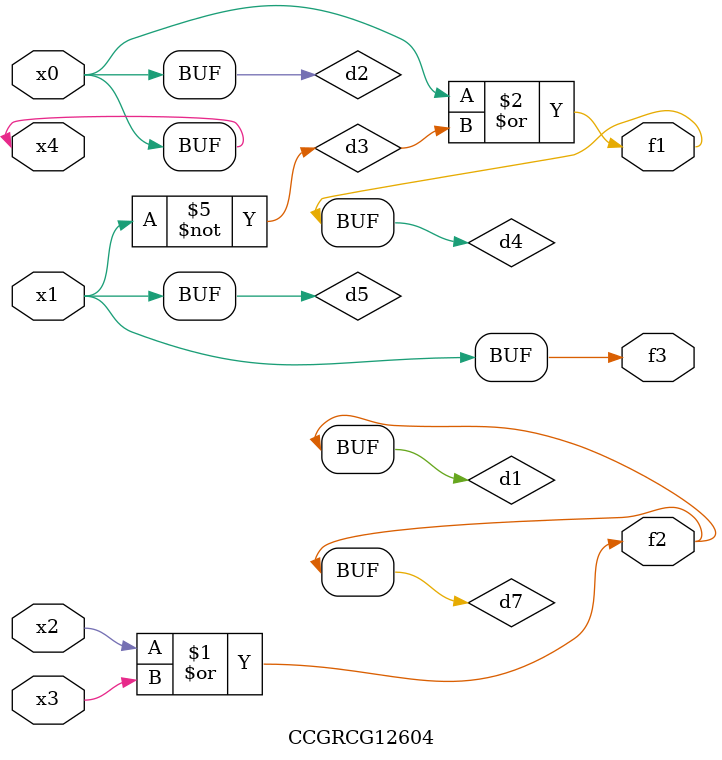
<source format=v>
module CCGRCG12604(
	input x0, x1, x2, x3, x4,
	output f1, f2, f3
);

	wire d1, d2, d3, d4, d5, d6, d7;

	or (d1, x2, x3);
	buf (d2, x0, x4);
	not (d3, x1);
	or (d4, d2, d3);
	not (d5, d3);
	nand (d6, d1, d3);
	or (d7, d1);
	assign f1 = d4;
	assign f2 = d7;
	assign f3 = d5;
endmodule

</source>
